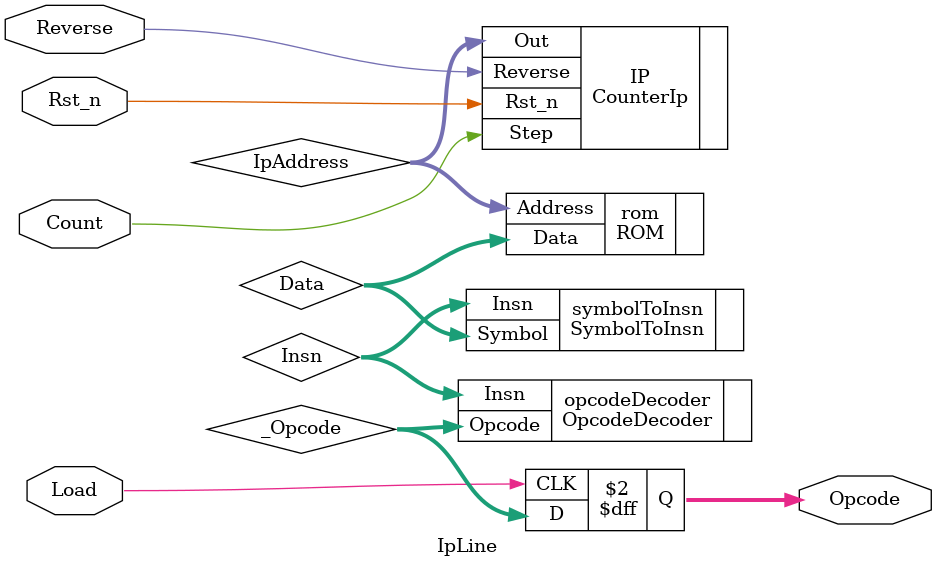
<source format=sv>
module IpLine(
    input wire Rst_n,
    input wire Count,
    input wire Reverse,
    input wire Load,
    output reg[15:0] Opcode
);

wire[23:0] IpAddress;

CounterIp IP(.Step(Count),
            .Reverse(Reverse), 
            .Rst_n(Rst_n), 
            .Out(IpAddress));

wire [7:0] Data;
wire [3:0] Insn;
wire [15:0] _Opcode;

ROM rom(.Address(IpAddress),
        .Data(Data));

SymbolToInsn symbolToInsn(.Symbol(Data),
                            .Insn(Insn));

OpcodeDecoder opcodeDecoder(.Insn(Insn),
                            .Opcode(_Opcode));

always @(posedge Load)
    Opcode <= _Opcode;

endmodule
</source>
